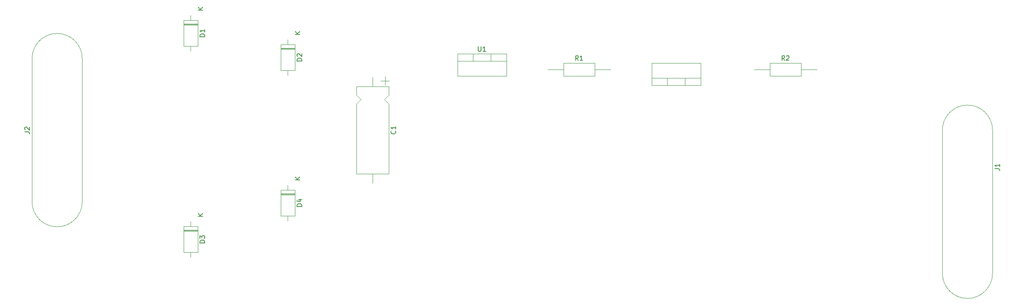
<source format=gbr>
%TF.GenerationSoftware,KiCad,Pcbnew,7.0.2*%
%TF.CreationDate,2023-06-04T14:04:22+05:30*%
%TF.ProjectId,Transmitter,5472616e-736d-4697-9474-65722e6b6963,rev?*%
%TF.SameCoordinates,Original*%
%TF.FileFunction,Legend,Top*%
%TF.FilePolarity,Positive*%
%FSLAX46Y46*%
G04 Gerber Fmt 4.6, Leading zero omitted, Abs format (unit mm)*
G04 Created by KiCad (PCBNEW 7.0.2) date 2023-06-04 14:04:22*
%MOMM*%
%LPD*%
G01*
G04 APERTURE LIST*
%ADD10C,0.150000*%
%ADD11C,0.120000*%
G04 APERTURE END LIST*
D10*
%TO.C,U1*%
X118618095Y-96792619D02*
X118618095Y-97602142D01*
X118618095Y-97602142D02*
X118665714Y-97697380D01*
X118665714Y-97697380D02*
X118713333Y-97745000D01*
X118713333Y-97745000D02*
X118808571Y-97792619D01*
X118808571Y-97792619D02*
X118999047Y-97792619D01*
X118999047Y-97792619D02*
X119094285Y-97745000D01*
X119094285Y-97745000D02*
X119141904Y-97697380D01*
X119141904Y-97697380D02*
X119189523Y-97602142D01*
X119189523Y-97602142D02*
X119189523Y-96792619D01*
X120189523Y-97792619D02*
X119618095Y-97792619D01*
X119903809Y-97792619D02*
X119903809Y-96792619D01*
X119903809Y-96792619D02*
X119808571Y-96935476D01*
X119808571Y-96935476D02*
X119713333Y-97030714D01*
X119713333Y-97030714D02*
X119618095Y-97078333D01*
%TO.C,D3*%
X61352619Y-137898094D02*
X60352619Y-137898094D01*
X60352619Y-137898094D02*
X60352619Y-137659999D01*
X60352619Y-137659999D02*
X60400238Y-137517142D01*
X60400238Y-137517142D02*
X60495476Y-137421904D01*
X60495476Y-137421904D02*
X60590714Y-137374285D01*
X60590714Y-137374285D02*
X60781190Y-137326666D01*
X60781190Y-137326666D02*
X60924047Y-137326666D01*
X60924047Y-137326666D02*
X61114523Y-137374285D01*
X61114523Y-137374285D02*
X61209761Y-137421904D01*
X61209761Y-137421904D02*
X61305000Y-137517142D01*
X61305000Y-137517142D02*
X61352619Y-137659999D01*
X61352619Y-137659999D02*
X61352619Y-137898094D01*
X60352619Y-136993332D02*
X60352619Y-136374285D01*
X60352619Y-136374285D02*
X60733571Y-136707618D01*
X60733571Y-136707618D02*
X60733571Y-136564761D01*
X60733571Y-136564761D02*
X60781190Y-136469523D01*
X60781190Y-136469523D02*
X60828809Y-136421904D01*
X60828809Y-136421904D02*
X60924047Y-136374285D01*
X60924047Y-136374285D02*
X61162142Y-136374285D01*
X61162142Y-136374285D02*
X61257380Y-136421904D01*
X61257380Y-136421904D02*
X61305000Y-136469523D01*
X61305000Y-136469523D02*
X61352619Y-136564761D01*
X61352619Y-136564761D02*
X61352619Y-136850475D01*
X61352619Y-136850475D02*
X61305000Y-136945713D01*
X61305000Y-136945713D02*
X61257380Y-136993332D01*
X60982619Y-132341904D02*
X59982619Y-132341904D01*
X60982619Y-131770476D02*
X60411190Y-132199047D01*
X59982619Y-131770476D02*
X60554047Y-132341904D01*
%TO.C,D4*%
X81672619Y-130278094D02*
X80672619Y-130278094D01*
X80672619Y-130278094D02*
X80672619Y-130039999D01*
X80672619Y-130039999D02*
X80720238Y-129897142D01*
X80720238Y-129897142D02*
X80815476Y-129801904D01*
X80815476Y-129801904D02*
X80910714Y-129754285D01*
X80910714Y-129754285D02*
X81101190Y-129706666D01*
X81101190Y-129706666D02*
X81244047Y-129706666D01*
X81244047Y-129706666D02*
X81434523Y-129754285D01*
X81434523Y-129754285D02*
X81529761Y-129801904D01*
X81529761Y-129801904D02*
X81625000Y-129897142D01*
X81625000Y-129897142D02*
X81672619Y-130039999D01*
X81672619Y-130039999D02*
X81672619Y-130278094D01*
X81005952Y-128849523D02*
X81672619Y-128849523D01*
X80625000Y-129087618D02*
X81339285Y-129325713D01*
X81339285Y-129325713D02*
X81339285Y-128706666D01*
X81302619Y-124721904D02*
X80302619Y-124721904D01*
X81302619Y-124150476D02*
X80731190Y-124579047D01*
X80302619Y-124150476D02*
X80874047Y-124721904D01*
%TO.C,R2*%
X182713333Y-99692619D02*
X182380000Y-99216428D01*
X182141905Y-99692619D02*
X182141905Y-98692619D01*
X182141905Y-98692619D02*
X182522857Y-98692619D01*
X182522857Y-98692619D02*
X182618095Y-98740238D01*
X182618095Y-98740238D02*
X182665714Y-98787857D01*
X182665714Y-98787857D02*
X182713333Y-98883095D01*
X182713333Y-98883095D02*
X182713333Y-99025952D01*
X182713333Y-99025952D02*
X182665714Y-99121190D01*
X182665714Y-99121190D02*
X182618095Y-99168809D01*
X182618095Y-99168809D02*
X182522857Y-99216428D01*
X182522857Y-99216428D02*
X182141905Y-99216428D01*
X183094286Y-98787857D02*
X183141905Y-98740238D01*
X183141905Y-98740238D02*
X183237143Y-98692619D01*
X183237143Y-98692619D02*
X183475238Y-98692619D01*
X183475238Y-98692619D02*
X183570476Y-98740238D01*
X183570476Y-98740238D02*
X183618095Y-98787857D01*
X183618095Y-98787857D02*
X183665714Y-98883095D01*
X183665714Y-98883095D02*
X183665714Y-98978333D01*
X183665714Y-98978333D02*
X183618095Y-99121190D01*
X183618095Y-99121190D02*
X183046667Y-99692619D01*
X183046667Y-99692619D02*
X183665714Y-99692619D01*
%TO.C,J1*%
X226692619Y-122383333D02*
X227406904Y-122383333D01*
X227406904Y-122383333D02*
X227549761Y-122430952D01*
X227549761Y-122430952D02*
X227645000Y-122526190D01*
X227645000Y-122526190D02*
X227692619Y-122669047D01*
X227692619Y-122669047D02*
X227692619Y-122764285D01*
X227692619Y-121383333D02*
X227692619Y-121954761D01*
X227692619Y-121669047D02*
X226692619Y-121669047D01*
X226692619Y-121669047D02*
X226835476Y-121764285D01*
X226835476Y-121764285D02*
X226930714Y-121859523D01*
X226930714Y-121859523D02*
X226978333Y-121954761D01*
%TO.C,R1*%
X139533333Y-99692619D02*
X139200000Y-99216428D01*
X138961905Y-99692619D02*
X138961905Y-98692619D01*
X138961905Y-98692619D02*
X139342857Y-98692619D01*
X139342857Y-98692619D02*
X139438095Y-98740238D01*
X139438095Y-98740238D02*
X139485714Y-98787857D01*
X139485714Y-98787857D02*
X139533333Y-98883095D01*
X139533333Y-98883095D02*
X139533333Y-99025952D01*
X139533333Y-99025952D02*
X139485714Y-99121190D01*
X139485714Y-99121190D02*
X139438095Y-99168809D01*
X139438095Y-99168809D02*
X139342857Y-99216428D01*
X139342857Y-99216428D02*
X138961905Y-99216428D01*
X140485714Y-99692619D02*
X139914286Y-99692619D01*
X140200000Y-99692619D02*
X140200000Y-98692619D01*
X140200000Y-98692619D02*
X140104762Y-98835476D01*
X140104762Y-98835476D02*
X140009524Y-98930714D01*
X140009524Y-98930714D02*
X139914286Y-98978333D01*
%TO.C,D2*%
X81672619Y-99798094D02*
X80672619Y-99798094D01*
X80672619Y-99798094D02*
X80672619Y-99559999D01*
X80672619Y-99559999D02*
X80720238Y-99417142D01*
X80720238Y-99417142D02*
X80815476Y-99321904D01*
X80815476Y-99321904D02*
X80910714Y-99274285D01*
X80910714Y-99274285D02*
X81101190Y-99226666D01*
X81101190Y-99226666D02*
X81244047Y-99226666D01*
X81244047Y-99226666D02*
X81434523Y-99274285D01*
X81434523Y-99274285D02*
X81529761Y-99321904D01*
X81529761Y-99321904D02*
X81625000Y-99417142D01*
X81625000Y-99417142D02*
X81672619Y-99559999D01*
X81672619Y-99559999D02*
X81672619Y-99798094D01*
X80767857Y-98845713D02*
X80720238Y-98798094D01*
X80720238Y-98798094D02*
X80672619Y-98702856D01*
X80672619Y-98702856D02*
X80672619Y-98464761D01*
X80672619Y-98464761D02*
X80720238Y-98369523D01*
X80720238Y-98369523D02*
X80767857Y-98321904D01*
X80767857Y-98321904D02*
X80863095Y-98274285D01*
X80863095Y-98274285D02*
X80958333Y-98274285D01*
X80958333Y-98274285D02*
X81101190Y-98321904D01*
X81101190Y-98321904D02*
X81672619Y-98893332D01*
X81672619Y-98893332D02*
X81672619Y-98274285D01*
X81302619Y-94241904D02*
X80302619Y-94241904D01*
X81302619Y-93670476D02*
X80731190Y-94099047D01*
X80302619Y-93670476D02*
X80874047Y-94241904D01*
%TO.C,C1*%
X101239880Y-114466666D02*
X101287500Y-114514285D01*
X101287500Y-114514285D02*
X101335119Y-114657142D01*
X101335119Y-114657142D02*
X101335119Y-114752380D01*
X101335119Y-114752380D02*
X101287500Y-114895237D01*
X101287500Y-114895237D02*
X101192261Y-114990475D01*
X101192261Y-114990475D02*
X101097023Y-115038094D01*
X101097023Y-115038094D02*
X100906547Y-115085713D01*
X100906547Y-115085713D02*
X100763690Y-115085713D01*
X100763690Y-115085713D02*
X100573214Y-115038094D01*
X100573214Y-115038094D02*
X100477976Y-114990475D01*
X100477976Y-114990475D02*
X100382738Y-114895237D01*
X100382738Y-114895237D02*
X100335119Y-114752380D01*
X100335119Y-114752380D02*
X100335119Y-114657142D01*
X100335119Y-114657142D02*
X100382738Y-114514285D01*
X100382738Y-114514285D02*
X100430357Y-114466666D01*
X101335119Y-113514285D02*
X101335119Y-114085713D01*
X101335119Y-113799999D02*
X100335119Y-113799999D01*
X100335119Y-113799999D02*
X100477976Y-113895237D01*
X100477976Y-113895237D02*
X100573214Y-113990475D01*
X100573214Y-113990475D02*
X100620833Y-114085713D01*
%TO.C,J2*%
X23702619Y-114648333D02*
X24416904Y-114648333D01*
X24416904Y-114648333D02*
X24559761Y-114695952D01*
X24559761Y-114695952D02*
X24655000Y-114791190D01*
X24655000Y-114791190D02*
X24702619Y-114934047D01*
X24702619Y-114934047D02*
X24702619Y-115029285D01*
X23797857Y-114219761D02*
X23750238Y-114172142D01*
X23750238Y-114172142D02*
X23702619Y-114076904D01*
X23702619Y-114076904D02*
X23702619Y-113838809D01*
X23702619Y-113838809D02*
X23750238Y-113743571D01*
X23750238Y-113743571D02*
X23797857Y-113695952D01*
X23797857Y-113695952D02*
X23893095Y-113648333D01*
X23893095Y-113648333D02*
X23988333Y-113648333D01*
X23988333Y-113648333D02*
X24131190Y-113695952D01*
X24131190Y-113695952D02*
X24702619Y-114267380D01*
X24702619Y-114267380D02*
X24702619Y-113648333D01*
%TO.C,D1*%
X61352619Y-94718094D02*
X60352619Y-94718094D01*
X60352619Y-94718094D02*
X60352619Y-94479999D01*
X60352619Y-94479999D02*
X60400238Y-94337142D01*
X60400238Y-94337142D02*
X60495476Y-94241904D01*
X60495476Y-94241904D02*
X60590714Y-94194285D01*
X60590714Y-94194285D02*
X60781190Y-94146666D01*
X60781190Y-94146666D02*
X60924047Y-94146666D01*
X60924047Y-94146666D02*
X61114523Y-94194285D01*
X61114523Y-94194285D02*
X61209761Y-94241904D01*
X61209761Y-94241904D02*
X61305000Y-94337142D01*
X61305000Y-94337142D02*
X61352619Y-94479999D01*
X61352619Y-94479999D02*
X61352619Y-94718094D01*
X61352619Y-93194285D02*
X61352619Y-93765713D01*
X61352619Y-93479999D02*
X60352619Y-93479999D01*
X60352619Y-93479999D02*
X60495476Y-93575237D01*
X60495476Y-93575237D02*
X60590714Y-93670475D01*
X60590714Y-93670475D02*
X60638333Y-93765713D01*
X60982619Y-89161904D02*
X59982619Y-89161904D01*
X60982619Y-88590476D02*
X60411190Y-89019047D01*
X59982619Y-88590476D02*
X60554047Y-89161904D01*
D11*
%TO.C,U1*%
X114260000Y-98330000D02*
X114260000Y-102971000D01*
X114260000Y-98330000D02*
X124500000Y-98330000D01*
X114260000Y-99840000D02*
X124500000Y-99840000D01*
X114260000Y-102971000D02*
X124500000Y-102971000D01*
X117530000Y-98330000D02*
X117530000Y-99840000D01*
X121231000Y-98330000D02*
X121231000Y-99840000D01*
X124500000Y-98330000D02*
X124500000Y-102971000D01*
%TO.C,D3*%
X58420000Y-133420000D02*
X58420000Y-134440000D01*
X59890000Y-134440000D02*
X56950000Y-134440000D01*
X56950000Y-134440000D02*
X56950000Y-139880000D01*
X59890000Y-135220000D02*
X56950000Y-135220000D01*
X59890000Y-135340000D02*
X56950000Y-135340000D01*
X59890000Y-135460000D02*
X56950000Y-135460000D01*
X59890000Y-139880000D02*
X59890000Y-134440000D01*
X56950000Y-139880000D02*
X59890000Y-139880000D01*
X58420000Y-140900000D02*
X58420000Y-139880000D01*
%TO.C,D4*%
X78740000Y-125800000D02*
X78740000Y-126820000D01*
X80210000Y-126820000D02*
X77270000Y-126820000D01*
X77270000Y-126820000D02*
X77270000Y-132260000D01*
X80210000Y-127600000D02*
X77270000Y-127600000D01*
X80210000Y-127720000D02*
X77270000Y-127720000D01*
X80210000Y-127840000D02*
X77270000Y-127840000D01*
X80210000Y-132260000D02*
X80210000Y-126820000D01*
X77270000Y-132260000D02*
X80210000Y-132260000D01*
X78740000Y-133280000D02*
X78740000Y-132260000D01*
%TO.C,R2*%
X176300000Y-101600000D02*
X179610000Y-101600000D01*
X179610000Y-100230000D02*
X179610000Y-102970000D01*
X179610000Y-102970000D02*
X186150000Y-102970000D01*
X186150000Y-100230000D02*
X179610000Y-100230000D01*
X186150000Y-102970000D02*
X186150000Y-100230000D01*
X189460000Y-101600000D02*
X186150000Y-101600000D01*
%TO.C,J1*%
X215730000Y-114300000D02*
X215730000Y-144300000D01*
X226230000Y-144300000D02*
X226230000Y-114300000D01*
X226230000Y-114300000D02*
G75*
G03*
X215730000Y-114300000I-5250000J0D01*
G01*
X215730000Y-144300000D02*
G75*
G03*
X226230000Y-144300000I5250000J0D01*
G01*
%TO.C,R1*%
X133120000Y-101600000D02*
X136430000Y-101600000D01*
X136430000Y-100230000D02*
X136430000Y-102970000D01*
X136430000Y-102970000D02*
X142970000Y-102970000D01*
X142970000Y-100230000D02*
X136430000Y-100230000D01*
X142970000Y-102970000D02*
X142970000Y-100230000D01*
X146280000Y-101600000D02*
X142970000Y-101600000D01*
%TO.C,D2*%
X78740000Y-95320000D02*
X78740000Y-96340000D01*
X80210000Y-96340000D02*
X77270000Y-96340000D01*
X77270000Y-96340000D02*
X77270000Y-101780000D01*
X80210000Y-97120000D02*
X77270000Y-97120000D01*
X80210000Y-97240000D02*
X77270000Y-97240000D01*
X80210000Y-97360000D02*
X77270000Y-97360000D01*
X80210000Y-101780000D02*
X80210000Y-96340000D01*
X77270000Y-101780000D02*
X80210000Y-101780000D01*
X78740000Y-102800000D02*
X78740000Y-101780000D01*
%TO.C,C1*%
X99102500Y-103080000D02*
X99102500Y-104880000D01*
X96502500Y-103240000D02*
X96502500Y-105180000D01*
X100002500Y-103980000D02*
X98202500Y-103980000D01*
X99872500Y-105180000D02*
X93132500Y-105180000D01*
X99872500Y-105180000D02*
X99872500Y-106980000D01*
X93132500Y-105180000D02*
X93132500Y-106980000D01*
X99872500Y-106980000D02*
X98972500Y-107880000D01*
X93132500Y-106980000D02*
X94032500Y-107880000D01*
X98972500Y-107880000D02*
X99872500Y-108780000D01*
X94032500Y-107880000D02*
X93132500Y-108780000D01*
X99872500Y-108780000D02*
X99872500Y-123420000D01*
X93132500Y-108780000D02*
X93132500Y-123420000D01*
X99872500Y-123420000D02*
X93132500Y-123420000D01*
X96502500Y-125360000D02*
X96502500Y-123420000D01*
%TO.C,J2*%
X35730000Y-129300000D02*
X35730000Y-99300000D01*
X25230000Y-99300000D02*
X25230000Y-129300000D01*
X25230000Y-129300000D02*
G75*
G03*
X35730000Y-129300000I5250000J0D01*
G01*
X35730000Y-99300000D02*
G75*
G03*
X25230000Y-99300000I-5250000J0D01*
G01*
%TO.C,Q1*%
X165140000Y-104870000D02*
X165140000Y-100229000D01*
X165140000Y-104870000D02*
X154900000Y-104870000D01*
X165140000Y-103360000D02*
X154900000Y-103360000D01*
X165140000Y-100229000D02*
X154900000Y-100229000D01*
X161870000Y-104870000D02*
X161870000Y-103360000D01*
X158169000Y-104870000D02*
X158169000Y-103360000D01*
X154900000Y-104870000D02*
X154900000Y-100229000D01*
%TO.C,D1*%
X58420000Y-90240000D02*
X58420000Y-91260000D01*
X59890000Y-91260000D02*
X56950000Y-91260000D01*
X56950000Y-91260000D02*
X56950000Y-96700000D01*
X59890000Y-92040000D02*
X56950000Y-92040000D01*
X59890000Y-92160000D02*
X56950000Y-92160000D01*
X59890000Y-92280000D02*
X56950000Y-92280000D01*
X59890000Y-96700000D02*
X59890000Y-91260000D01*
X56950000Y-96700000D02*
X59890000Y-96700000D01*
X58420000Y-97720000D02*
X58420000Y-96700000D01*
%TD*%
M02*

</source>
